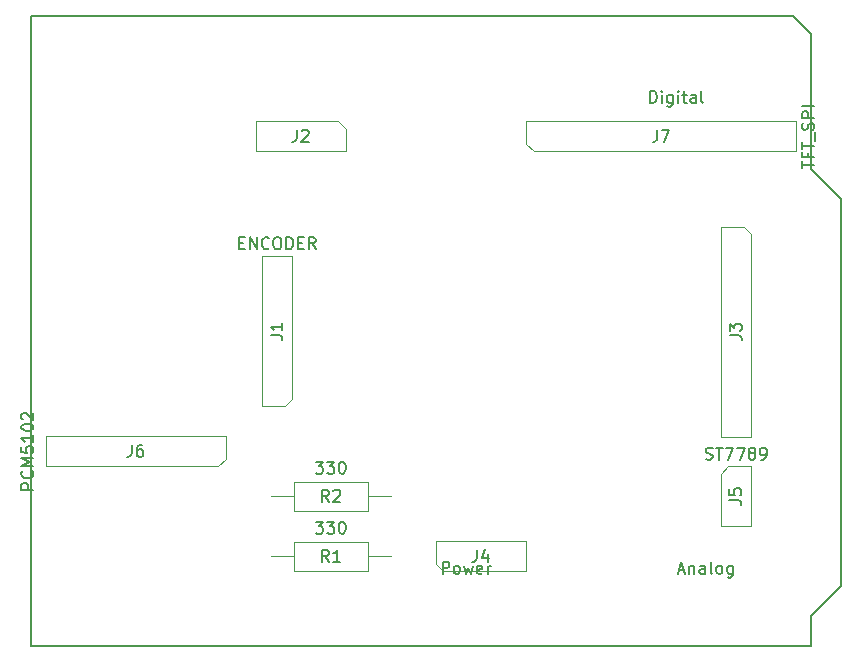
<source format=gbr>
%TF.GenerationSoftware,KiCad,Pcbnew,(6.0.5-0)*%
%TF.CreationDate,2022-05-20T22:36:50+09:00*%
%TF.ProjectId,esp32_internet_radio_v4,65737033-325f-4696-9e74-65726e65745f,rev?*%
%TF.SameCoordinates,PX69db1f0PY7882d48*%
%TF.FileFunction,AssemblyDrawing,Top*%
%FSLAX46Y46*%
G04 Gerber Fmt 4.6, Leading zero omitted, Abs format (unit mm)*
G04 Created by KiCad (PCBNEW (6.0.5-0)) date 2022-05-20 22:36:50*
%MOMM*%
%LPD*%
G01*
G04 APERTURE LIST*
%TA.AperFunction,Profile*%
%ADD10C,0.150000*%
%TD*%
%ADD11C,0.150000*%
%ADD12C,0.100000*%
G04 APERTURE END LIST*
D10*
X68580000Y37846000D02*
X66040000Y40386000D01*
X66040000Y0D02*
X66040000Y2540000D01*
X66040000Y51816000D02*
X64516000Y53340000D01*
X66040000Y2540000D02*
X68580000Y5080000D01*
X0Y53340000D02*
X0Y0D01*
X68580000Y5080000D02*
X68580000Y37846000D01*
X0Y0D02*
X66040000Y0D01*
X64516000Y53340000D02*
X0Y53340000D01*
X66040000Y40386000D02*
X66040000Y51816000D01*
D11*
%TO.C,J1*%
X17625714Y34156429D02*
X17959047Y34156429D01*
X18101904Y33632620D02*
X17625714Y33632620D01*
X17625714Y34632620D01*
X18101904Y34632620D01*
X18530476Y33632620D02*
X18530476Y34632620D01*
X19101904Y33632620D01*
X19101904Y34632620D01*
X20149523Y33727858D02*
X20101904Y33680239D01*
X19959047Y33632620D01*
X19863809Y33632620D01*
X19720952Y33680239D01*
X19625714Y33775477D01*
X19578095Y33870715D01*
X19530476Y34061191D01*
X19530476Y34204048D01*
X19578095Y34394524D01*
X19625714Y34489762D01*
X19720952Y34585000D01*
X19863809Y34632620D01*
X19959047Y34632620D01*
X20101904Y34585000D01*
X20149523Y34537381D01*
X20768571Y34632620D02*
X20959047Y34632620D01*
X21054285Y34585000D01*
X21149523Y34489762D01*
X21197142Y34299286D01*
X21197142Y33965953D01*
X21149523Y33775477D01*
X21054285Y33680239D01*
X20959047Y33632620D01*
X20768571Y33632620D01*
X20673333Y33680239D01*
X20578095Y33775477D01*
X20530476Y33965953D01*
X20530476Y34299286D01*
X20578095Y34489762D01*
X20673333Y34585000D01*
X20768571Y34632620D01*
X21625714Y33632620D02*
X21625714Y34632620D01*
X21863809Y34632620D01*
X22006666Y34585000D01*
X22101904Y34489762D01*
X22149523Y34394524D01*
X22197142Y34204048D01*
X22197142Y34061191D01*
X22149523Y33870715D01*
X22101904Y33775477D01*
X22006666Y33680239D01*
X21863809Y33632620D01*
X21625714Y33632620D01*
X22625714Y34156429D02*
X22959047Y34156429D01*
X23101904Y33632620D02*
X22625714Y33632620D01*
X22625714Y34632620D01*
X23101904Y34632620D01*
X24101904Y33632620D02*
X23768571Y34108810D01*
X23530476Y33632620D02*
X23530476Y34632620D01*
X23911428Y34632620D01*
X24006666Y34585000D01*
X24054285Y34537381D01*
X24101904Y34442143D01*
X24101904Y34299286D01*
X24054285Y34204048D01*
X24006666Y34156429D01*
X23911428Y34108810D01*
X23530476Y34108810D01*
X20292380Y26341667D02*
X21006666Y26341667D01*
X21149523Y26294048D01*
X21244761Y26198810D01*
X21292380Y26055953D01*
X21292380Y25960715D01*
X21292380Y27341667D02*
X21292380Y26770239D01*
X21292380Y27055953D02*
X20292380Y27055953D01*
X20435238Y26960715D01*
X20530476Y26865477D01*
X20578095Y26770239D01*
%TO.C,P1*%
X34853809Y6151620D02*
X34853809Y7151620D01*
X35234761Y7151620D01*
X35330000Y7104000D01*
X35377619Y7056381D01*
X35425238Y6961143D01*
X35425238Y6818286D01*
X35377619Y6723048D01*
X35330000Y6675429D01*
X35234761Y6627810D01*
X34853809Y6627810D01*
X35996666Y6151620D02*
X35901428Y6199239D01*
X35853809Y6246858D01*
X35806190Y6342096D01*
X35806190Y6627810D01*
X35853809Y6723048D01*
X35901428Y6770667D01*
X35996666Y6818286D01*
X36139523Y6818286D01*
X36234761Y6770667D01*
X36282380Y6723048D01*
X36330000Y6627810D01*
X36330000Y6342096D01*
X36282380Y6246858D01*
X36234761Y6199239D01*
X36139523Y6151620D01*
X35996666Y6151620D01*
X36663333Y6818286D02*
X36853809Y6151620D01*
X37044285Y6627810D01*
X37234761Y6151620D01*
X37425238Y6818286D01*
X38187142Y6199239D02*
X38091904Y6151620D01*
X37901428Y6151620D01*
X37806190Y6199239D01*
X37758571Y6294477D01*
X37758571Y6675429D01*
X37806190Y6770667D01*
X37901428Y6818286D01*
X38091904Y6818286D01*
X38187142Y6770667D01*
X38234761Y6675429D01*
X38234761Y6580191D01*
X37758571Y6484953D01*
X38663333Y6151620D02*
X38663333Y6818286D01*
X38663333Y6627810D02*
X38710952Y6723048D01*
X38758571Y6770667D01*
X38853809Y6818286D01*
X38949047Y6818286D01*
%TO.C,P2*%
X54840476Y6437334D02*
X55316666Y6437334D01*
X54745238Y6151620D02*
X55078571Y7151620D01*
X55411904Y6151620D01*
X55745238Y6818286D02*
X55745238Y6151620D01*
X55745238Y6723048D02*
X55792857Y6770667D01*
X55888095Y6818286D01*
X56030952Y6818286D01*
X56126190Y6770667D01*
X56173809Y6675429D01*
X56173809Y6151620D01*
X57078571Y6151620D02*
X57078571Y6675429D01*
X57030952Y6770667D01*
X56935714Y6818286D01*
X56745238Y6818286D01*
X56650000Y6770667D01*
X57078571Y6199239D02*
X56983333Y6151620D01*
X56745238Y6151620D01*
X56650000Y6199239D01*
X56602380Y6294477D01*
X56602380Y6389715D01*
X56650000Y6484953D01*
X56745238Y6532572D01*
X56983333Y6532572D01*
X57078571Y6580191D01*
X57697619Y6151620D02*
X57602380Y6199239D01*
X57554761Y6294477D01*
X57554761Y7151620D01*
X58221428Y6151620D02*
X58126190Y6199239D01*
X58078571Y6246858D01*
X58030952Y6342096D01*
X58030952Y6627810D01*
X58078571Y6723048D01*
X58126190Y6770667D01*
X58221428Y6818286D01*
X58364285Y6818286D01*
X58459523Y6770667D01*
X58507142Y6723048D01*
X58554761Y6627810D01*
X58554761Y6342096D01*
X58507142Y6246858D01*
X58459523Y6199239D01*
X58364285Y6151620D01*
X58221428Y6151620D01*
X59411904Y6818286D02*
X59411904Y6008762D01*
X59364285Y5913524D01*
X59316666Y5865905D01*
X59221428Y5818286D01*
X59078571Y5818286D01*
X58983333Y5865905D01*
X59411904Y6199239D02*
X59316666Y6151620D01*
X59126190Y6151620D01*
X59030952Y6199239D01*
X58983333Y6246858D01*
X58935714Y6342096D01*
X58935714Y6627810D01*
X58983333Y6723048D01*
X59030952Y6770667D01*
X59126190Y6818286D01*
X59316666Y6818286D01*
X59411904Y6770667D01*
%TO.C,P4*%
X52419523Y46029620D02*
X52419523Y47029620D01*
X52657619Y47029620D01*
X52800476Y46982000D01*
X52895714Y46886762D01*
X52943333Y46791524D01*
X52990952Y46601048D01*
X52990952Y46458191D01*
X52943333Y46267715D01*
X52895714Y46172477D01*
X52800476Y46077239D01*
X52657619Y46029620D01*
X52419523Y46029620D01*
X53419523Y46029620D02*
X53419523Y46696286D01*
X53419523Y47029620D02*
X53371904Y46982000D01*
X53419523Y46934381D01*
X53467142Y46982000D01*
X53419523Y47029620D01*
X53419523Y46934381D01*
X54324285Y46696286D02*
X54324285Y45886762D01*
X54276666Y45791524D01*
X54229047Y45743905D01*
X54133809Y45696286D01*
X53990952Y45696286D01*
X53895714Y45743905D01*
X54324285Y46077239D02*
X54229047Y46029620D01*
X54038571Y46029620D01*
X53943333Y46077239D01*
X53895714Y46124858D01*
X53848095Y46220096D01*
X53848095Y46505810D01*
X53895714Y46601048D01*
X53943333Y46648667D01*
X54038571Y46696286D01*
X54229047Y46696286D01*
X54324285Y46648667D01*
X54800476Y46029620D02*
X54800476Y46696286D01*
X54800476Y47029620D02*
X54752857Y46982000D01*
X54800476Y46934381D01*
X54848095Y46982000D01*
X54800476Y47029620D01*
X54800476Y46934381D01*
X55133809Y46696286D02*
X55514761Y46696286D01*
X55276666Y47029620D02*
X55276666Y46172477D01*
X55324285Y46077239D01*
X55419523Y46029620D01*
X55514761Y46029620D01*
X56276666Y46029620D02*
X56276666Y46553429D01*
X56229047Y46648667D01*
X56133809Y46696286D01*
X55943333Y46696286D01*
X55848095Y46648667D01*
X56276666Y46077239D02*
X56181428Y46029620D01*
X55943333Y46029620D01*
X55848095Y46077239D01*
X55800476Y46172477D01*
X55800476Y46267715D01*
X55848095Y46362953D01*
X55943333Y46410572D01*
X56181428Y46410572D01*
X56276666Y46458191D01*
X56895714Y46029620D02*
X56800476Y46077239D01*
X56752857Y46172477D01*
X56752857Y47029620D01*
%TO.C,R1*%
X24114285Y10537620D02*
X24733333Y10537620D01*
X24400000Y10156667D01*
X24542857Y10156667D01*
X24638095Y10109048D01*
X24685714Y10061429D01*
X24733333Y9966191D01*
X24733333Y9728096D01*
X24685714Y9632858D01*
X24638095Y9585239D01*
X24542857Y9537620D01*
X24257142Y9537620D01*
X24161904Y9585239D01*
X24114285Y9632858D01*
X25066666Y10537620D02*
X25685714Y10537620D01*
X25352380Y10156667D01*
X25495238Y10156667D01*
X25590476Y10109048D01*
X25638095Y10061429D01*
X25685714Y9966191D01*
X25685714Y9728096D01*
X25638095Y9632858D01*
X25590476Y9585239D01*
X25495238Y9537620D01*
X25209523Y9537620D01*
X25114285Y9585239D01*
X25066666Y9632858D01*
X26304761Y10537620D02*
X26400000Y10537620D01*
X26495238Y10490000D01*
X26542857Y10442381D01*
X26590476Y10347143D01*
X26638095Y10156667D01*
X26638095Y9918572D01*
X26590476Y9728096D01*
X26542857Y9632858D01*
X26495238Y9585239D01*
X26400000Y9537620D01*
X26304761Y9537620D01*
X26209523Y9585239D01*
X26161904Y9632858D01*
X26114285Y9728096D01*
X26066666Y9918572D01*
X26066666Y10156667D01*
X26114285Y10347143D01*
X26161904Y10442381D01*
X26209523Y10490000D01*
X26304761Y10537620D01*
X25233333Y7167620D02*
X24900000Y7643810D01*
X24661904Y7167620D02*
X24661904Y8167620D01*
X25042857Y8167620D01*
X25138095Y8120000D01*
X25185714Y8072381D01*
X25233333Y7977143D01*
X25233333Y7834286D01*
X25185714Y7739048D01*
X25138095Y7691429D01*
X25042857Y7643810D01*
X24661904Y7643810D01*
X26185714Y7167620D02*
X25614285Y7167620D01*
X25900000Y7167620D02*
X25900000Y8167620D01*
X25804761Y8024762D01*
X25709523Y7929524D01*
X25614285Y7881905D01*
%TO.C,J6*%
X197380Y13271905D02*
X-802620Y13271905D01*
X-802620Y13652858D01*
X-755000Y13748096D01*
X-707381Y13795715D01*
X-612143Y13843334D01*
X-469286Y13843334D01*
X-374048Y13795715D01*
X-326429Y13748096D01*
X-278810Y13652858D01*
X-278810Y13271905D01*
X102142Y14843334D02*
X149761Y14795715D01*
X197380Y14652858D01*
X197380Y14557620D01*
X149761Y14414762D01*
X54523Y14319524D01*
X-40715Y14271905D01*
X-231191Y14224286D01*
X-374048Y14224286D01*
X-564524Y14271905D01*
X-659762Y14319524D01*
X-755000Y14414762D01*
X-802620Y14557620D01*
X-802620Y14652858D01*
X-755000Y14795715D01*
X-707381Y14843334D01*
X197380Y15271905D02*
X-802620Y15271905D01*
X-88334Y15605239D01*
X-802620Y15938572D01*
X197380Y15938572D01*
X-802620Y16890953D02*
X-802620Y16414762D01*
X-326429Y16367143D01*
X-374048Y16414762D01*
X-421667Y16510000D01*
X-421667Y16748096D01*
X-374048Y16843334D01*
X-326429Y16890953D01*
X-231191Y16938572D01*
X6904Y16938572D01*
X102142Y16890953D01*
X149761Y16843334D01*
X197380Y16748096D01*
X197380Y16510000D01*
X149761Y16414762D01*
X102142Y16367143D01*
X197380Y17890953D02*
X197380Y17319524D01*
X197380Y17605239D02*
X-802620Y17605239D01*
X-659762Y17510000D01*
X-564524Y17414762D01*
X-516905Y17319524D01*
X-802620Y18510000D02*
X-802620Y18605239D01*
X-755000Y18700477D01*
X-707381Y18748096D01*
X-612143Y18795715D01*
X-421667Y18843334D01*
X-183572Y18843334D01*
X6904Y18795715D01*
X102142Y18748096D01*
X149761Y18700477D01*
X197380Y18605239D01*
X197380Y18510000D01*
X149761Y18414762D01*
X102142Y18367143D01*
X6904Y18319524D01*
X-183572Y18271905D01*
X-421667Y18271905D01*
X-612143Y18319524D01*
X-707381Y18367143D01*
X-755000Y18414762D01*
X-802620Y18510000D01*
X-707381Y19224286D02*
X-755000Y19271905D01*
X-802620Y19367143D01*
X-802620Y19605239D01*
X-755000Y19700477D01*
X-707381Y19748096D01*
X-612143Y19795715D01*
X-516905Y19795715D01*
X-374048Y19748096D01*
X197380Y19176667D01*
X197380Y19795715D01*
X8531666Y17057620D02*
X8531666Y16343334D01*
X8484047Y16200477D01*
X8388809Y16105239D01*
X8245952Y16057620D01*
X8150714Y16057620D01*
X9436428Y17057620D02*
X9245952Y17057620D01*
X9150714Y17010000D01*
X9103095Y16962381D01*
X9007857Y16819524D01*
X8960238Y16629048D01*
X8960238Y16248096D01*
X9007857Y16152858D01*
X9055476Y16105239D01*
X9150714Y16057620D01*
X9341190Y16057620D01*
X9436428Y16105239D01*
X9484047Y16152858D01*
X9531666Y16248096D01*
X9531666Y16486191D01*
X9484047Y16581429D01*
X9436428Y16629048D01*
X9341190Y16676667D01*
X9150714Y16676667D01*
X9055476Y16629048D01*
X9007857Y16581429D01*
X8960238Y16486191D01*
%TO.C,J3*%
X57143571Y15855239D02*
X57286428Y15807620D01*
X57524523Y15807620D01*
X57619761Y15855239D01*
X57667380Y15902858D01*
X57715000Y15998096D01*
X57715000Y16093334D01*
X57667380Y16188572D01*
X57619761Y16236191D01*
X57524523Y16283810D01*
X57334047Y16331429D01*
X57238809Y16379048D01*
X57191190Y16426667D01*
X57143571Y16521905D01*
X57143571Y16617143D01*
X57191190Y16712381D01*
X57238809Y16760000D01*
X57334047Y16807620D01*
X57572142Y16807620D01*
X57715000Y16760000D01*
X58000714Y16807620D02*
X58572142Y16807620D01*
X58286428Y15807620D02*
X58286428Y16807620D01*
X58810238Y16807620D02*
X59476904Y16807620D01*
X59048333Y15807620D01*
X59762619Y16807620D02*
X60429285Y16807620D01*
X60000714Y15807620D01*
X60953095Y16379048D02*
X60857857Y16426667D01*
X60810238Y16474286D01*
X60762619Y16569524D01*
X60762619Y16617143D01*
X60810238Y16712381D01*
X60857857Y16760000D01*
X60953095Y16807620D01*
X61143571Y16807620D01*
X61238809Y16760000D01*
X61286428Y16712381D01*
X61334047Y16617143D01*
X61334047Y16569524D01*
X61286428Y16474286D01*
X61238809Y16426667D01*
X61143571Y16379048D01*
X60953095Y16379048D01*
X60857857Y16331429D01*
X60810238Y16283810D01*
X60762619Y16188572D01*
X60762619Y15998096D01*
X60810238Y15902858D01*
X60857857Y15855239D01*
X60953095Y15807620D01*
X61143571Y15807620D01*
X61238809Y15855239D01*
X61286428Y15902858D01*
X61334047Y15998096D01*
X61334047Y16188572D01*
X61286428Y16283810D01*
X61238809Y16331429D01*
X61143571Y16379048D01*
X61810238Y15807620D02*
X62000714Y15807620D01*
X62095952Y15855239D01*
X62143571Y15902858D01*
X62238809Y16045715D01*
X62286428Y16236191D01*
X62286428Y16617143D01*
X62238809Y16712381D01*
X62191190Y16760000D01*
X62095952Y16807620D01*
X61905476Y16807620D01*
X61810238Y16760000D01*
X61762619Y16712381D01*
X61715000Y16617143D01*
X61715000Y16379048D01*
X61762619Y16283810D01*
X61810238Y16236191D01*
X61905476Y16188572D01*
X62095952Y16188572D01*
X62191190Y16236191D01*
X62238809Y16283810D01*
X62286428Y16379048D01*
X59167380Y26316667D02*
X59881666Y26316667D01*
X60024523Y26269048D01*
X60119761Y26173810D01*
X60167380Y26030953D01*
X60167380Y25935715D01*
X59167380Y26697620D02*
X59167380Y27316667D01*
X59548333Y26983334D01*
X59548333Y27126191D01*
X59595952Y27221429D01*
X59643571Y27269048D01*
X59738809Y27316667D01*
X59976904Y27316667D01*
X60072142Y27269048D01*
X60119761Y27221429D01*
X60167380Y27126191D01*
X60167380Y26840477D01*
X60119761Y26745239D01*
X60072142Y26697620D01*
%TO.C,R2*%
X24114285Y15617620D02*
X24733333Y15617620D01*
X24400000Y15236667D01*
X24542857Y15236667D01*
X24638095Y15189048D01*
X24685714Y15141429D01*
X24733333Y15046191D01*
X24733333Y14808096D01*
X24685714Y14712858D01*
X24638095Y14665239D01*
X24542857Y14617620D01*
X24257142Y14617620D01*
X24161904Y14665239D01*
X24114285Y14712858D01*
X25066666Y15617620D02*
X25685714Y15617620D01*
X25352380Y15236667D01*
X25495238Y15236667D01*
X25590476Y15189048D01*
X25638095Y15141429D01*
X25685714Y15046191D01*
X25685714Y14808096D01*
X25638095Y14712858D01*
X25590476Y14665239D01*
X25495238Y14617620D01*
X25209523Y14617620D01*
X25114285Y14665239D01*
X25066666Y14712858D01*
X26304761Y15617620D02*
X26400000Y15617620D01*
X26495238Y15570000D01*
X26542857Y15522381D01*
X26590476Y15427143D01*
X26638095Y15236667D01*
X26638095Y14998572D01*
X26590476Y14808096D01*
X26542857Y14712858D01*
X26495238Y14665239D01*
X26400000Y14617620D01*
X26304761Y14617620D01*
X26209523Y14665239D01*
X26161904Y14712858D01*
X26114285Y14808096D01*
X26066666Y14998572D01*
X26066666Y15236667D01*
X26114285Y15427143D01*
X26161904Y15522381D01*
X26209523Y15570000D01*
X26304761Y15617620D01*
X25233333Y12247620D02*
X24900000Y12723810D01*
X24661904Y12247620D02*
X24661904Y13247620D01*
X25042857Y13247620D01*
X25138095Y13200000D01*
X25185714Y13152381D01*
X25233333Y13057143D01*
X25233333Y12914286D01*
X25185714Y12819048D01*
X25138095Y12771429D01*
X25042857Y12723810D01*
X24661904Y12723810D01*
X25614285Y13152381D02*
X25661904Y13200000D01*
X25757142Y13247620D01*
X25995238Y13247620D01*
X26090476Y13200000D01*
X26138095Y13152381D01*
X26185714Y13057143D01*
X26185714Y12961905D01*
X26138095Y12819048D01*
X25566666Y12247620D01*
X26185714Y12247620D01*
%TO.C,J4*%
X37766666Y8167620D02*
X37766666Y7453334D01*
X37719047Y7310477D01*
X37623809Y7215239D01*
X37480952Y7167620D01*
X37385714Y7167620D01*
X38671428Y7834286D02*
X38671428Y7167620D01*
X38433333Y8215239D02*
X38195238Y7500953D01*
X38814285Y7500953D01*
%TO.C,J7*%
X65292380Y40489524D02*
X65292380Y41060953D01*
X66292380Y40775239D02*
X65292380Y40775239D01*
X65768571Y41727620D02*
X65768571Y41394286D01*
X66292380Y41394286D02*
X65292380Y41394286D01*
X65292380Y41870477D01*
X65292380Y42108572D02*
X65292380Y42680000D01*
X66292380Y42394286D02*
X65292380Y42394286D01*
X66387619Y42775239D02*
X66387619Y43537143D01*
X66244761Y43727620D02*
X66292380Y43870477D01*
X66292380Y44108572D01*
X66244761Y44203810D01*
X66197142Y44251429D01*
X66101904Y44299048D01*
X66006666Y44299048D01*
X65911428Y44251429D01*
X65863809Y44203810D01*
X65816190Y44108572D01*
X65768571Y43918096D01*
X65720952Y43822858D01*
X65673333Y43775239D01*
X65578095Y43727620D01*
X65482857Y43727620D01*
X65387619Y43775239D01*
X65340000Y43822858D01*
X65292380Y43918096D01*
X65292380Y44156191D01*
X65340000Y44299048D01*
X66292380Y44727620D02*
X65292380Y44727620D01*
X65292380Y45108572D01*
X65340000Y45203810D01*
X65387619Y45251429D01*
X65482857Y45299048D01*
X65625714Y45299048D01*
X65720952Y45251429D01*
X65768571Y45203810D01*
X65816190Y45108572D01*
X65816190Y44727620D01*
X66292380Y45727620D02*
X65292380Y45727620D01*
X53016666Y43727620D02*
X53016666Y43013334D01*
X52969047Y42870477D01*
X52873809Y42775239D01*
X52730952Y42727620D01*
X52635714Y42727620D01*
X53397619Y43727620D02*
X54064285Y43727620D01*
X53635714Y42727620D01*
%TO.C,J2*%
X22511666Y43727620D02*
X22511666Y43013334D01*
X22464047Y42870477D01*
X22368809Y42775239D01*
X22225952Y42727620D01*
X22130714Y42727620D01*
X22940238Y43632381D02*
X22987857Y43680000D01*
X23083095Y43727620D01*
X23321190Y43727620D01*
X23416428Y43680000D01*
X23464047Y43632381D01*
X23511666Y43537143D01*
X23511666Y43441905D01*
X23464047Y43299048D01*
X22892619Y42727620D01*
X23511666Y42727620D01*
%TO.C,J5*%
X59142380Y12366667D02*
X59856666Y12366667D01*
X59999523Y12319048D01*
X60094761Y12223810D01*
X60142380Y12080953D01*
X60142380Y11985715D01*
X59142380Y13319048D02*
X59142380Y12842858D01*
X59618571Y12795239D01*
X59570952Y12842858D01*
X59523333Y12938096D01*
X59523333Y13176191D01*
X59570952Y13271429D01*
X59618571Y13319048D01*
X59713809Y13366667D01*
X59951904Y13366667D01*
X60047142Y13319048D01*
X60094761Y13271429D01*
X60142380Y13176191D01*
X60142380Y12938096D01*
X60094761Y12842858D01*
X60047142Y12795239D01*
D12*
%TO.C,J1*%
X22110000Y33025000D02*
X22110000Y20960000D01*
X22110000Y20960000D02*
X21475000Y20325000D01*
X19570000Y20325000D02*
X19570000Y33025000D01*
X21475000Y20325000D02*
X19570000Y20325000D01*
X19570000Y33025000D02*
X22110000Y33025000D01*
%TO.C,R1*%
X30480000Y7620000D02*
X28550000Y7620000D01*
X20320000Y7620000D02*
X22250000Y7620000D01*
X22250000Y6370000D02*
X28550000Y6370000D01*
X28550000Y8870000D02*
X22250000Y8870000D01*
X22250000Y8870000D02*
X22250000Y6370000D01*
X28550000Y6370000D02*
X28550000Y8870000D01*
%TO.C,J6*%
X1245000Y17780000D02*
X16485000Y17780000D01*
X15850000Y15240000D02*
X1245000Y15240000D01*
X1245000Y15240000D02*
X1245000Y17780000D01*
X16485000Y15875000D02*
X15850000Y15240000D01*
X16485000Y17780000D02*
X16485000Y15875000D01*
%TO.C,J3*%
X60350000Y35540000D02*
X60985000Y34905000D01*
X58445000Y17760000D02*
X58445000Y35540000D01*
X60985000Y17760000D02*
X58445000Y17760000D01*
X58445000Y35540000D02*
X60350000Y35540000D01*
X60985000Y34905000D02*
X60985000Y17760000D01*
%TO.C,R2*%
X28550000Y11450000D02*
X28550000Y13950000D01*
X30480000Y12700000D02*
X28550000Y12700000D01*
X22250000Y11450000D02*
X28550000Y11450000D01*
X22250000Y13950000D02*
X22250000Y11450000D01*
X20320000Y12700000D02*
X22250000Y12700000D01*
X28550000Y13950000D02*
X22250000Y13950000D01*
%TO.C,J4*%
X41910000Y8890000D02*
X41910000Y6350000D01*
X41910000Y6350000D02*
X34925000Y6350000D01*
X34925000Y6350000D02*
X34290000Y6985000D01*
X34290000Y6985000D02*
X34290000Y8890000D01*
X34290000Y8890000D02*
X41910000Y8890000D01*
%TO.C,J7*%
X41920000Y42545000D02*
X41920000Y44450000D01*
X64780000Y41910000D02*
X42555000Y41910000D01*
X42555000Y41910000D02*
X41920000Y42545000D01*
X64780000Y44450000D02*
X64780000Y41910000D01*
X41920000Y44450000D02*
X64780000Y44450000D01*
%TO.C,J2*%
X19035000Y41910000D02*
X19035000Y44450000D01*
X26655000Y43815000D02*
X26655000Y41910000D01*
X26655000Y41910000D02*
X19035000Y41910000D01*
X26020000Y44450000D02*
X26655000Y43815000D01*
X19035000Y44450000D02*
X26020000Y44450000D01*
%TO.C,J5*%
X58420000Y14605000D02*
X59055000Y15240000D01*
X58420000Y10160000D02*
X58420000Y14605000D01*
X60960000Y15240000D02*
X60960000Y10160000D01*
X59055000Y15240000D02*
X60960000Y15240000D01*
X60960000Y10160000D02*
X58420000Y10160000D01*
%TD*%
M02*

</source>
